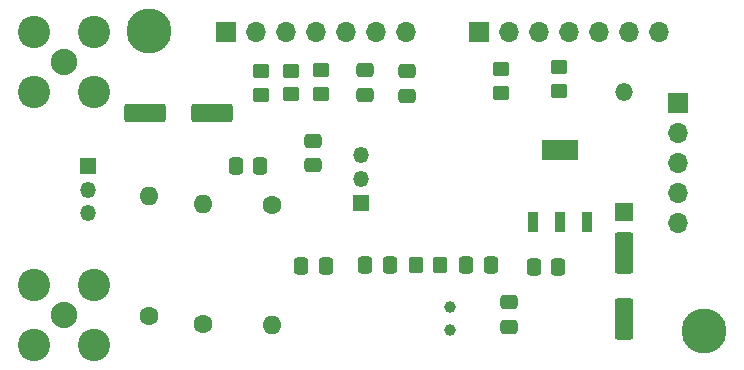
<source format=gbr>
%TF.GenerationSoftware,KiCad,Pcbnew,8.0.4*%
%TF.CreationDate,2025-05-02T23:51:08+05:30*%
%TF.ProjectId,Si4735Board,53693437-3335-4426-9f61-72642e6b6963,rev?*%
%TF.SameCoordinates,Original*%
%TF.FileFunction,Soldermask,Top*%
%TF.FilePolarity,Negative*%
%FSLAX46Y46*%
G04 Gerber Fmt 4.6, Leading zero omitted, Abs format (unit mm)*
G04 Created by KiCad (PCBNEW 8.0.4) date 2025-05-02 23:51:08*
%MOMM*%
%LPD*%
G01*
G04 APERTURE LIST*
G04 Aperture macros list*
%AMRoundRect*
0 Rectangle with rounded corners*
0 $1 Rounding radius*
0 $2 $3 $4 $5 $6 $7 $8 $9 X,Y pos of 4 corners*
0 Add a 4 corners polygon primitive as box body*
4,1,4,$2,$3,$4,$5,$6,$7,$8,$9,$2,$3,0*
0 Add four circle primitives for the rounded corners*
1,1,$1+$1,$2,$3*
1,1,$1+$1,$4,$5*
1,1,$1+$1,$6,$7*
1,1,$1+$1,$8,$9*
0 Add four rect primitives between the rounded corners*
20,1,$1+$1,$2,$3,$4,$5,0*
20,1,$1+$1,$4,$5,$6,$7,0*
20,1,$1+$1,$6,$7,$8,$9,0*
20,1,$1+$1,$8,$9,$2,$3,0*%
G04 Aperture macros list end*
%ADD10RoundRect,0.250000X0.337500X0.475000X-0.337500X0.475000X-0.337500X-0.475000X0.337500X-0.475000X0*%
%ADD11C,1.600000*%
%ADD12O,1.600000X1.600000*%
%ADD13C,1.000000*%
%ADD14RoundRect,0.250000X-0.475000X0.337500X-0.475000X-0.337500X0.475000X-0.337500X0.475000X0.337500X0*%
%ADD15RoundRect,0.250000X-0.337500X-0.475000X0.337500X-0.475000X0.337500X0.475000X-0.337500X0.475000X0*%
%ADD16RoundRect,0.250000X0.475000X-0.337500X0.475000X0.337500X-0.475000X0.337500X-0.475000X-0.337500X0*%
%ADD17R,1.700000X1.700000*%
%ADD18O,1.700000X1.700000*%
%ADD19R,1.350000X1.350000*%
%ADD20O,1.350000X1.350000*%
%ADD21R,0.850800X1.761200*%
%ADD22R,3.150799X1.761200*%
%ADD23RoundRect,0.250000X0.450000X-0.350000X0.450000X0.350000X-0.450000X0.350000X-0.450000X-0.350000X0*%
%ADD24C,2.240000*%
%ADD25C,2.740000*%
%ADD26RoundRect,0.250000X-0.450000X0.350000X-0.450000X-0.350000X0.450000X-0.350000X0.450000X0.350000X0*%
%ADD27RoundRect,0.250000X-0.350000X-0.450000X0.350000X-0.450000X0.350000X0.450000X-0.350000X0.450000X0*%
%ADD28RoundRect,0.250000X1.500000X0.550000X-1.500000X0.550000X-1.500000X-0.550000X1.500000X-0.550000X0*%
%ADD29C,2.600000*%
%ADD30C,3.800000*%
%ADD31RoundRect,0.250000X-0.550000X1.500000X-0.550000X-1.500000X0.550000X-1.500000X0.550000X1.500000X0*%
%ADD32R,1.500000X1.500000*%
%ADD33O,1.500000X1.500000*%
G04 APERTURE END LIST*
D10*
%TO.C,C7*%
X135970700Y-99806500D03*
X133895700Y-99806500D03*
%TD*%
D11*
%TO.C,L2*%
X125990700Y-94696500D03*
D12*
X125990700Y-104856500D03*
%TD*%
D13*
%TO.C,Y1*%
X141110700Y-103356500D03*
X141110700Y-105256500D03*
%TD*%
D14*
%TO.C,C9*%
X129450700Y-89276500D03*
X129450700Y-91351500D03*
%TD*%
D10*
%TO.C,C1*%
X130560700Y-99856500D03*
X128485700Y-99856500D03*
%TD*%
D14*
%TO.C,C6*%
X133870700Y-83279000D03*
X133870700Y-85354000D03*
%TD*%
D15*
%TO.C,C11*%
X142475700Y-99806500D03*
X144550700Y-99806500D03*
%TD*%
D10*
%TO.C,C3*%
X150265700Y-99956500D03*
X148190700Y-99956500D03*
%TD*%
D16*
%TO.C,C10*%
X146120700Y-105021500D03*
X146120700Y-102946500D03*
%TD*%
D17*
%TO.C,J3*%
X143546300Y-80086500D03*
D18*
X146086300Y-80086500D03*
X148626300Y-80086500D03*
X151166300Y-80086500D03*
X153706300Y-80086500D03*
X156246300Y-80086500D03*
X158786300Y-80086500D03*
%TD*%
D19*
%TO.C,J7*%
X133550700Y-94496500D03*
D20*
X133550700Y-92496500D03*
X133550700Y-90496500D03*
%TD*%
D21*
%TO.C,U1*%
X148100700Y-96111500D03*
X150400700Y-96111500D03*
X152700700Y-96111500D03*
D22*
X150400700Y-90061500D03*
%TD*%
D23*
%TO.C,R4*%
X125130700Y-85366500D03*
X125130700Y-83366500D03*
%TD*%
D11*
%TO.C,L1*%
X115570000Y-104140000D03*
D12*
X115570000Y-93980000D03*
%TD*%
D23*
%TO.C,R1*%
X150300700Y-85056500D03*
X150300700Y-83056500D03*
%TD*%
D10*
%TO.C,C8*%
X125018200Y-91376500D03*
X122943200Y-91376500D03*
%TD*%
D24*
%TO.C,J1*%
X108400700Y-82636500D03*
D25*
X105860700Y-80096500D03*
X105860700Y-85176500D03*
X110940700Y-80096500D03*
X110940700Y-85176500D03*
%TD*%
D26*
%TO.C,R7*%
X130200700Y-83276500D03*
X130200700Y-85276500D03*
%TD*%
D24*
%TO.C,J5*%
X108430700Y-104016500D03*
D25*
X110970700Y-106556500D03*
X110970700Y-101476500D03*
X105890700Y-106556500D03*
X105890700Y-101476500D03*
%TD*%
D14*
%TO.C,C5*%
X137480700Y-83386500D03*
X137480700Y-85461500D03*
%TD*%
D23*
%TO.C,R3*%
X127590700Y-85346500D03*
X127590700Y-83346500D03*
%TD*%
D27*
%TO.C,R5*%
X138210700Y-99766500D03*
X140210700Y-99766500D03*
%TD*%
D28*
%TO.C,C4*%
X120900700Y-86916500D03*
X115300700Y-86916500D03*
%TD*%
D19*
%TO.C,J6*%
X110430700Y-91396500D03*
D20*
X110430700Y-93396500D03*
X110430700Y-95396500D03*
%TD*%
D29*
%TO.C,1*%
X162560000Y-105410000D03*
D30*
X162560000Y-105410000D03*
%TD*%
D31*
%TO.C,C2*%
X155850700Y-98786500D03*
X155850700Y-104386500D03*
%TD*%
D17*
%TO.C,J4*%
X122154100Y-80086500D03*
D18*
X124694100Y-80086500D03*
X127234100Y-80086500D03*
X129774100Y-80086500D03*
X132314100Y-80086500D03*
X134854100Y-80086500D03*
X137394100Y-80086500D03*
%TD*%
D11*
%TO.C,L3*%
X120190700Y-104756500D03*
D12*
X120190700Y-94596500D03*
%TD*%
D17*
%TO.C,J2*%
X160400700Y-86086500D03*
D18*
X160400700Y-88626500D03*
X160400700Y-91166500D03*
X160400700Y-93706500D03*
X160400700Y-96246500D03*
%TD*%
D29*
%TO.C,2*%
X115570000Y-80010000D03*
D30*
X115570000Y-80010000D03*
%TD*%
D23*
%TO.C,R2*%
X145390700Y-85216500D03*
X145390700Y-83216500D03*
%TD*%
D32*
%TO.C,D1*%
X155840700Y-95306500D03*
D33*
X155840700Y-85146500D03*
%TD*%
M02*

</source>
